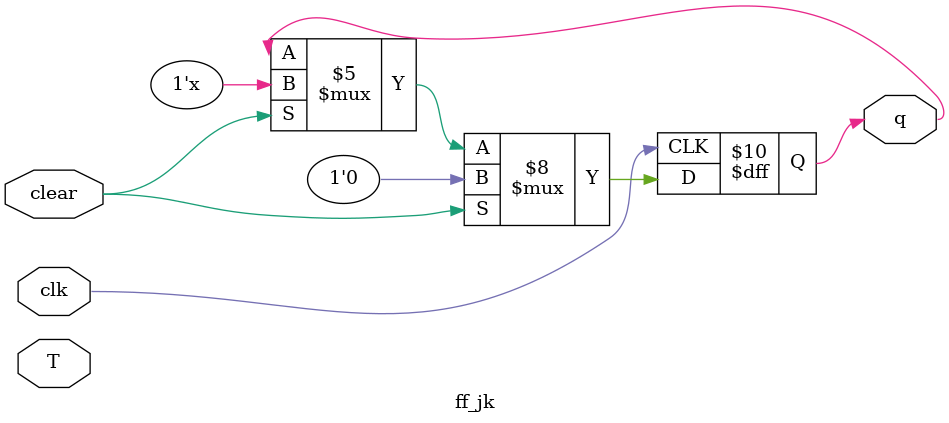
<source format=v>
module ff_jk (clk, T, clear, q);

    input wire clk, T, clear;
    output reg q;

    always @(negedge clk) begin
        if (clear)
            q = 0;
        else 
            if (T)
                q = q;
    end

endmodule
</source>
